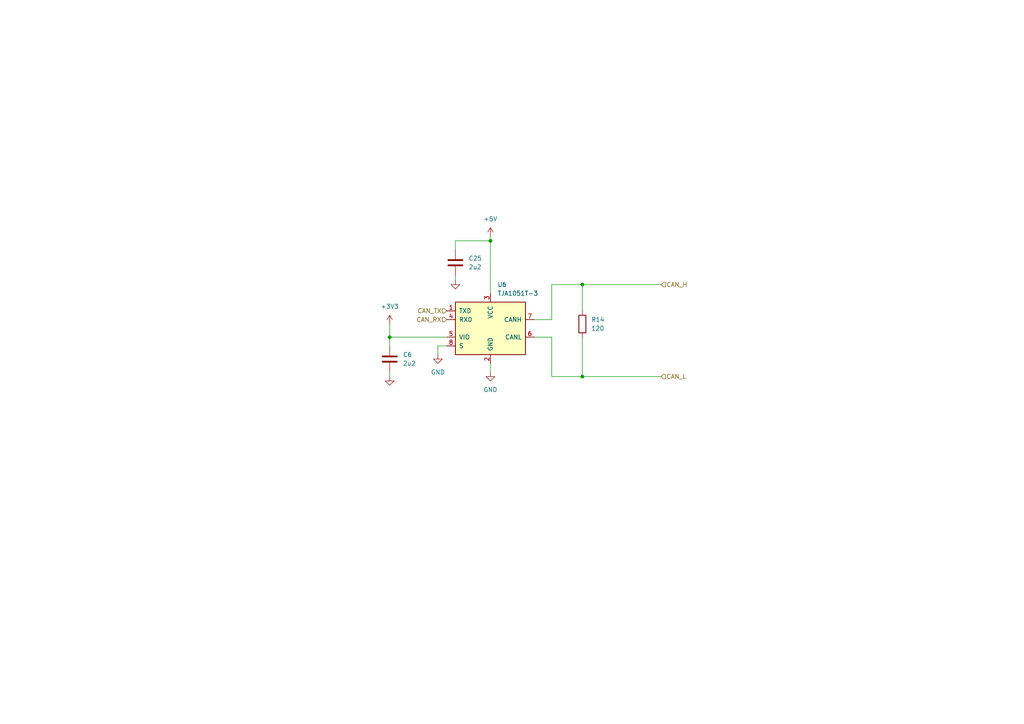
<source format=kicad_sch>
(kicad_sch (version 20211123) (generator eeschema)
  (paper "A4")
  (lib_symbols
    (symbol "Device:C" (pin_numbers hide) (pin_names (offset 0.254))
      (property "Reference" "C" (at 0.635 2.54 0))
      (property "Value" "C" (at 0.635 -2.54 0))
      (symbol "C_0_1"
        (polyline (pts (xy -2.032 -0.762) (xy 2.032 -0.762)) (stroke (width 0.508)))
        (polyline (pts (xy -2.032 0.762) (xy 2.032 0.762)) (stroke (width 0.508)))
      )
      (symbol "C_1_1"
        (pin passive line (at 0 3.81 270) (length 2.794) (name "~") (number "1"))
        (pin passive line (at 0 -3.81 90) (length 2.794) (name "~") (number "2"))
      )
    )
    (symbol "Device:R" (pin_numbers hide) (pin_names (offset 0))
      (property "Reference" "R" (at 2.032 0 90))
      (property "Value" "R" (at 0 0 90))
      (symbol "R_0_1"
        (rectangle (start -1.016 -2.54) (end 1.016 2.54) (stroke (width 0.254)))
      )
      (symbol "R_1_1"
        (pin passive line (at 0 3.81 270) (length 1.27) (name "~") (number "1"))
        (pin passive line (at 0 -3.81 90) (length 1.27) (name "~") (number "2"))
      )
    )
    (symbol "Interface_CAN_LIN:TJA1051T-3" (pin_names (offset 1.016))
      (property "Reference" "U" (at -10.16 8.89 0))
      (property "Value" "TJA1051T-3" (at 1.27 8.89 0))
      (symbol "TJA1051T-3_0_1"
        (rectangle (start -10.16 7.62) (end 10.16 -7.62) (stroke (width 0.254)) (fill (type background)))
      )
      (symbol "TJA1051T-3_1_1"
        (pin input line (at -12.7 5.08 0) (length 2.54) (name "TXD") (number "1"))
        (pin power_in line (at 0 -10.16 90) (length 2.54) (name "GND") (number "2"))
        (pin power_in line (at 0 10.16 270) (length 2.54) (name "VCC") (number "3"))
        (pin output line (at -12.7 2.54 0) (length 2.54) (name "RXD") (number "4"))
        (pin power_in line (at -12.7 -2.54 0) (length 2.54) (name "VIO") (number "5"))
        (pin bidirectional line (at 12.7 -2.54 180) (length 2.54) (name "CANL") (number "6"))
        (pin bidirectional line (at 12.7 2.54 180) (length 2.54) (name "CANH") (number "7"))
        (pin input line (at -12.7 -5.08 0) (length 2.54) (name "S") (number "8"))
      )
    )
    (symbol "power:+3.3V" (power) (pin_names (offset 0))
      (property "Value" "+3.3V" (at 0 3.556 0))
      (symbol "+3.3V_0_1"
        (polyline (pts (xy -0.762 1.27) (xy 0 2.54)))
        (polyline (pts (xy 0 0) (xy 0 2.54)))
        (polyline (pts (xy 0 2.54) (xy 0.762 1.27)))
      )
      (symbol "+3.3V_1_1"
        (pin power_in line (at 0 0 90) (length 0) hide (name "+3V3") (number "1"))
      )
    )
    (symbol "power:+5V" (power) (pin_names (offset 0))
      (property "Value" "+5V" (at 0 3.556 0))
      (symbol "+5V_0_1"
        (polyline (pts (xy -0.762 1.27) (xy 0 2.54)))
        (polyline (pts (xy 0 0) (xy 0 2.54)))
        (polyline (pts (xy 0 2.54) (xy 0.762 1.27)))
      )
      (symbol "+5V_1_1"
        (pin power_in line (at 0 0 90) (length 0) hide (name "+5V") (number "1"))
      )
    )
    (symbol "power:GND" (power) (pin_names (offset 0))
      (property "Value" "GND" (at 0 -3.81 0))
      (symbol "GND_0_1"
        (polyline (pts (xy 0 0) (xy 0 -1.27) (xy 1.27 -1.27) (xy 0 -2.54) (xy -1.27 -1.27) (xy 0 -1.27)))
      )
      (symbol "GND_1_1"
        (pin power_in line (at 0 0 270) (length 0) hide (name "GND") (number "1"))
      )
    )
  )
  (junction (at 142.24 69.85))
  (junction (at 113.03 97.79))
  (junction (at 168.91 82.55))
  (junction (at 168.91 109.22))
  (wire (pts (xy 142.24 105.41) (xy 142.24 107.95)))
  (wire (pts (xy 113.03 107.95) (xy 113.03 109.22)))
  (wire (pts (xy 168.91 82.55) (xy 191.77 82.55)))
  (wire (pts (xy 168.91 82.55) (xy 168.91 90.17)))
  (wire (pts (xy 132.08 80.01) (xy 132.08 81.28)))
  (wire (pts (xy 168.91 97.79) (xy 168.91 109.22)))
  (wire (pts (xy 160.02 109.22) (xy 168.91 109.22)))
  (wire (pts (xy 160.02 92.71) (xy 160.02 82.55)))
  (wire (pts (xy 113.03 97.79) (xy 113.03 93.98)))
  (wire (pts (xy 154.94 97.79) (xy 160.02 97.79)))
  (wire (pts (xy 160.02 97.79) (xy 160.02 109.22)))
  (wire (pts (xy 168.91 109.22) (xy 191.77 109.22)))
  (wire (pts (xy 142.24 68.58) (xy 142.24 69.85)))
  (wire (pts (xy 113.03 97.79) (xy 113.03 100.33)))
  (wire (pts (xy 129.54 100.33) (xy 127 100.33)))
  (wire (pts (xy 160.02 82.55) (xy 168.91 82.55)))
  (wire (pts (xy 142.24 69.85) (xy 142.24 85.09)))
  (wire (pts (xy 129.54 97.79) (xy 113.03 97.79)))
  (wire (pts (xy 154.94 92.71) (xy 160.02 92.71)))
  (wire (pts (xy 132.08 72.39) (xy 132.08 69.85)))
  (wire (pts (xy 127 100.33) (xy 127 102.87)))
  (wire (pts (xy 132.08 69.85) (xy 142.24 69.85)))
  (hierarchical_label "CAN_L" (shape input) (at 191.77 109.22 0))
  (hierarchical_label "CAN_RX" (shape input) (at 129.54 92.71 180))
  (hierarchical_label "CAN_TX" (shape input) (at 129.54 90.17 180))
  (hierarchical_label "CAN_H" (shape input) (at 191.77 82.55 0))
  (symbol (lib_id "Device:C") (at 113.03 104.14 0) (unit 1)
    (property "Reference" "C6" (at 116.84 102.8699 0) (effects (justify left)))
    (property "Value" "2u2" (at 116.84 105.4099 0) (effects (justify left)))
    (property "Footprint" "Capacitor_SMD:C_0805_2012Metric" (effects hide))
  )
  (symbol (lib_id "Device:R") (at 168.91 93.98 0) (unit 1)
    (property "Reference" "R14" (at 171.45 92.7099 0) (effects (justify left)))
    (property "Value" "120" (at 171.45 95.2499 0) (effects (justify left)))
    (property "Footprint" "Resistor_SMD:R_0805_2012Metric" (effects hide))
    (property "LCSC" "C422823" (effects hide))
  )
  (symbol (lib_id "power:GND") (at 113.03 109.22 0) (unit 1)
    (property "Reference" "#PWR0127" (effects hide))
    (property "Value" "GND" (effects hide))
  )
  (symbol (lib_id "power:GND") (at 127 102.87 0) (unit 1)
    (property "Reference" "#PWR033" (effects hide))
    (property "Value" "GND" (at 127 107.95 0))
  )
  (symbol (lib_id "power:+5V") (at 142.24 68.58 0) (unit 1)
    (property "Reference" "#PWR035" (effects hide))
    (property "Value" "+5V" (at 142.24 63.5 0))
  )
  (symbol (lib_id "Interface_CAN_LIN:TJA1051T-3") (at 142.24 95.25 0) (unit 1)
    (property "Reference" "U6" (at 144.2594 82.55 0) (effects (justify left)))
    (property "Value" "TJA1051T-3" (at 144.2594 85.09 0) (effects (justify left)))
    (property "Footprint" "Package_SO:SOIC-8_3.9x4.9mm_P1.27mm" (effects hide))
    (property "Datasheet" "http://www.nxp.com/documents/data_sheet/TJA1051.pdf" (effects hide))
    (property "Manufacture Part Number" "TJA1051T/3,118" (effects hide))
    (property "LCSC" "C58988" (effects hide))
  )
  (symbol (lib_id "power:+3.3V") (at 113.03 93.98 0) (unit 1)
    (property "Reference" "#PWR032" (effects hide))
    (property "Value" "+3.3V" (at 113.03 88.9 0))
  )
  (symbol (lib_id "power:GND") (at 142.24 107.95 0) (unit 1)
    (property "Reference" "#PWR036" (effects hide))
    (property "Value" "GND" (at 142.24 113.03 0))
  )
  (symbol (lib_id "Device:C") (at 132.08 76.2 0) (unit 1)
    (property "Reference" "C25" (at 135.89 74.9299 0) (effects (justify left)))
    (property "Value" "2u2" (at 135.89 77.4699 0) (effects (justify left)))
    (property "Footprint" "Capacitor_SMD:C_0805_2012Metric" (effects hide))
  )
  (symbol (lib_id "power:GND") (at 132.08 81.28 0) (unit 1)
    (property "Reference" "#PWR034" (effects hide))
    (property "Value" "GND" (effects hide))
  )
)
</source>
